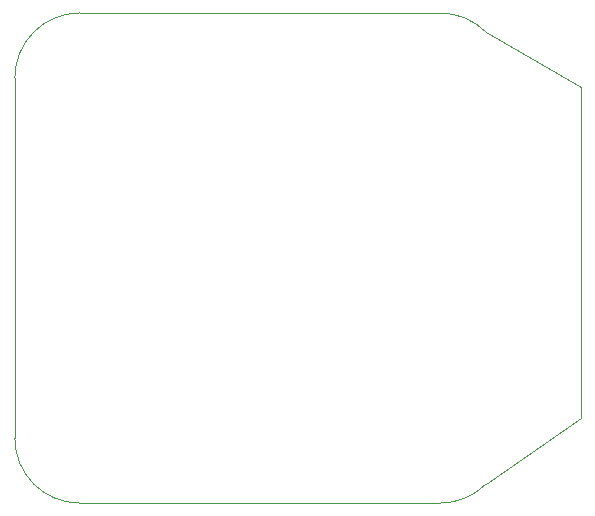
<source format=gbr>
%TF.GenerationSoftware,KiCad,Pcbnew,(6.0.1)*%
%TF.CreationDate,2022-08-29T10:58:40+03:00*%
%TF.ProjectId,flight controller,666c6967-6874-4206-936f-6e74726f6c6c,rev?*%
%TF.SameCoordinates,Original*%
%TF.FileFunction,Profile,NP*%
%FSLAX46Y46*%
G04 Gerber Fmt 4.6, Leading zero omitted, Abs format (unit mm)*
G04 Created by KiCad (PCBNEW (6.0.1)) date 2022-08-29 10:58:40*
%MOMM*%
%LPD*%
G01*
G04 APERTURE LIST*
%TA.AperFunction,Profile*%
%ADD10C,0.100000*%
%TD*%
G04 APERTURE END LIST*
D10*
X115000000Y-105800000D02*
G75*
G03*
X120500000Y-111300000I5500001J1D01*
G01*
X151000000Y-111299999D02*
G75*
G03*
X154889087Y-109689087I3J5499995D01*
G01*
X154889087Y-71410913D02*
G75*
G03*
X151000000Y-69800000I-3889088J-3889088D01*
G01*
X120500000Y-69800000D02*
X151000000Y-69800000D01*
X120500000Y-69800000D02*
G75*
G03*
X115000000Y-75300000I1J-5500001D01*
G01*
X162900000Y-76100000D02*
X154889087Y-71410913D01*
X151000000Y-111299999D02*
X120500000Y-111300000D01*
X162900000Y-104100000D02*
X154889087Y-109689087D01*
X162900000Y-76100000D02*
X162900000Y-104100000D01*
X115000000Y-105800000D02*
X115000000Y-75300000D01*
M02*

</source>
